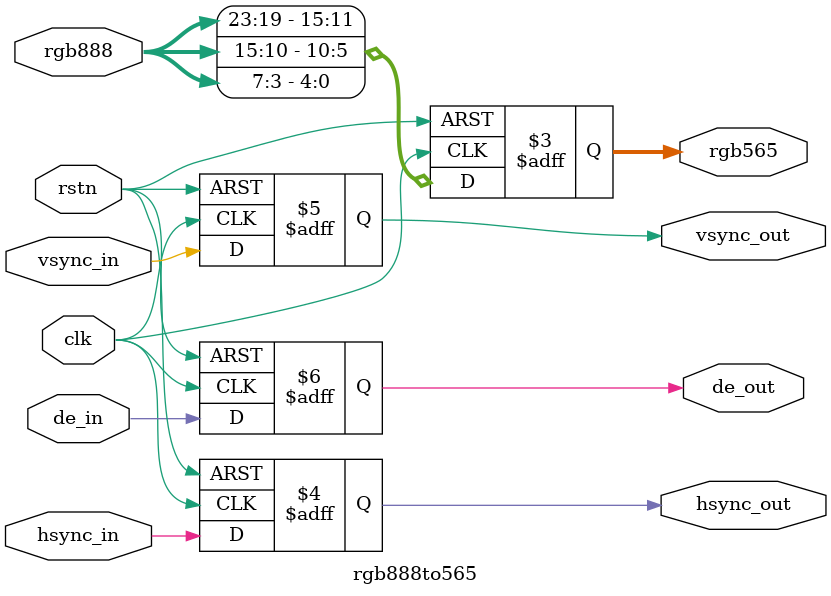
<source format=v>
`timescale 1ns / 1ps


module rgb888to565(
        input             clk,       // 像素时钟
        input             rstn,      // 异步复位（高电平有效）
        input      [23:0] rgb888,    // 输入 RGB888 数据，格式：{R[7:0], G[7:0], B[7:0]}
        input             hsync_in,  // 输入行同步信号
        input             vsync_in,  // 输入场同步信号
        input             de_in,     // 输入视频有效信号
        output reg [15:0] rgb565,    // 输出 RGB565 数据，格式：{R[4:0], G[5:0], B[4:0]}
        output reg        hsync_out, // 对齐后的行同步信号
        output reg        vsync_out, // 对齐后的场同步信号
        output reg        de_out     // 对齐后的视频有效信号
    );

    always @(posedge clk or negedge rstn) begin
        if (!rstn) begin
            rgb565    <= 16'b0;
            hsync_out <= 1'b0;
            vsync_out <= 1'b0;
            de_out    <= 1'b0;
        end
        else begin
            // RGB888 转 RGB565转换：
            // RGB565分辨率：R[4:0]、G[5:0]、B[4:0]
            // 取 RGB888 的高位：R[7:3]、G[7:2]、B[7:3]
            rgb565 <= {rgb888[23:19], rgb888[15:10], rgb888[7:3]};
            // 同步信号与数据对齐
            hsync_out <= hsync_in;
            vsync_out <= vsync_in;
            de_out    <= de_in;
        end
    end
endmodule

</source>
